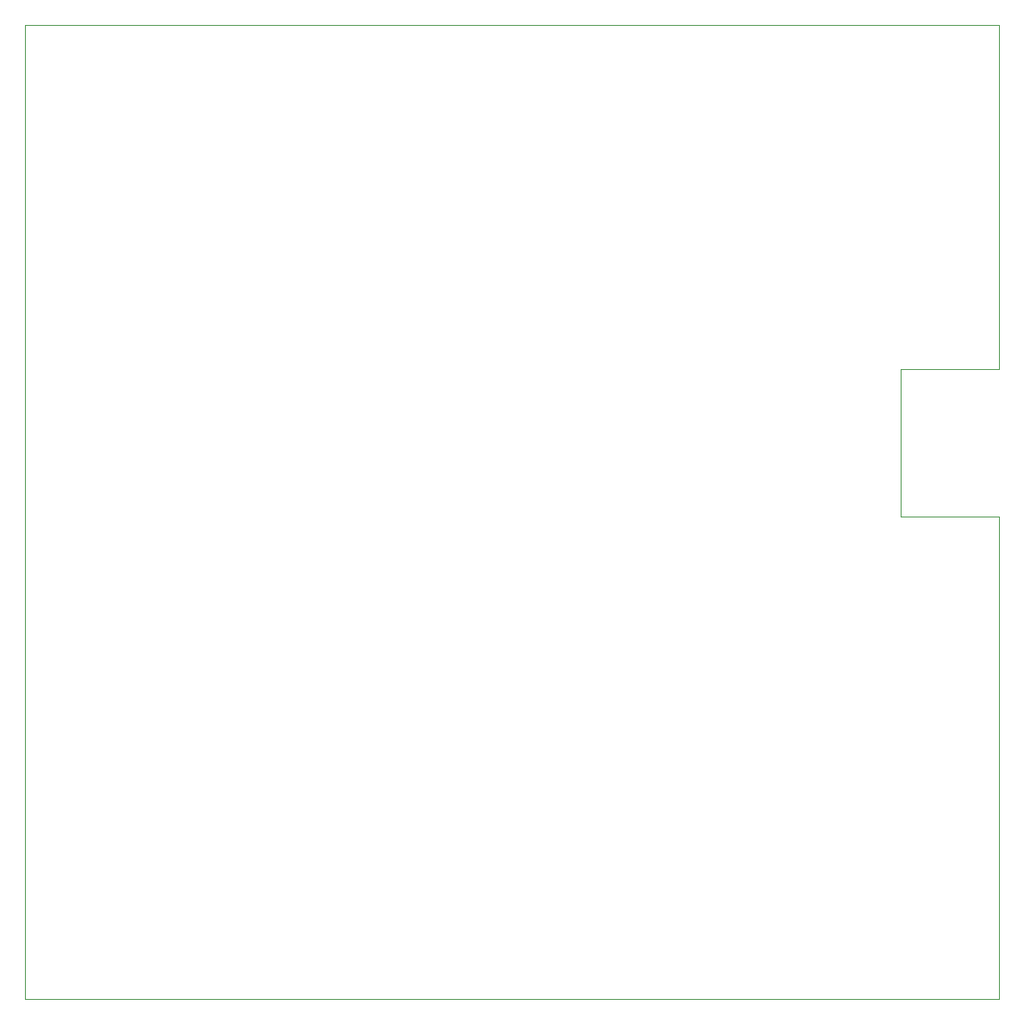
<source format=gm1>
%TF.GenerationSoftware,KiCad,Pcbnew,(6.0.4-0)*%
%TF.CreationDate,2022-09-08T11:41:12+02:00*%
%TF.ProjectId,Antennenumschalter,416e7465-6e6e-4656-9e75-6d736368616c,rev?*%
%TF.SameCoordinates,Original*%
%TF.FileFunction,Profile,NP*%
%FSLAX46Y46*%
G04 Gerber Fmt 4.6, Leading zero omitted, Abs format (unit mm)*
G04 Created by KiCad (PCBNEW (6.0.4-0)) date 2022-09-08 11:41:12*
%MOMM*%
%LPD*%
G01*
G04 APERTURE LIST*
%TA.AperFunction,Profile*%
%ADD10C,0.100000*%
%TD*%
G04 APERTURE END LIST*
D10*
X50000000Y-149000000D02*
X50000000Y-50000000D01*
X149000000Y-149000000D02*
X50000000Y-149000000D01*
X149000000Y-100000000D02*
X149000000Y-149000000D01*
X139000000Y-100000000D02*
X149000000Y-100000000D01*
X139000000Y-100000000D02*
X139000000Y-85000000D01*
X139000000Y-85000000D02*
X149000000Y-85000000D01*
X149000000Y-50000000D02*
X149000000Y-85000000D01*
X50000000Y-50000000D02*
X149000000Y-50000000D01*
M02*

</source>
